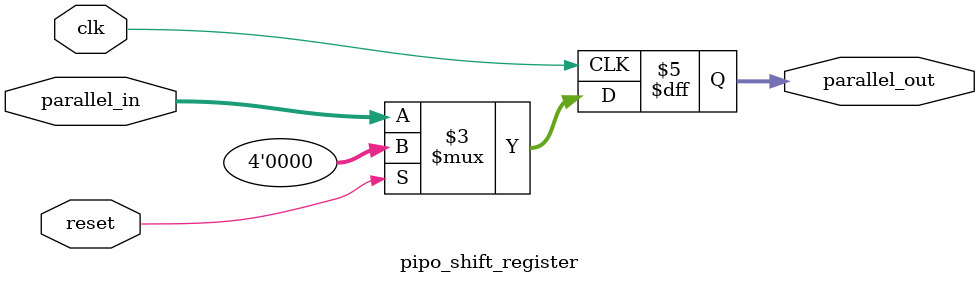
<source format=v>

module pipo_shift_register (
    input        clk,
    input        reset,
    input  [3:0] parallel_in,
    output reg [3:0] parallel_out
);

    always @(posedge clk) begin
        if (reset)
            parallel_out <= 4'b0000;      
        else
            parallel_out <= parallel_in;  
    end

endmodule

</source>
